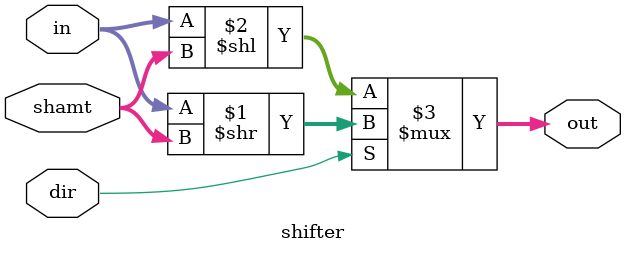
<source format=v>
module shifter #(parameter SIZE = 32)(in, shamt, dir, out);
    input wire [SIZE-1:0] in;
    input wire [8:0] shamt; 
    input wire dir; // 1 for right, 0 for left
    output wire [SIZE-1:0] out;

    assign out = dir ? (in >> shamt) : (in << shamt);
endmodule

</source>
